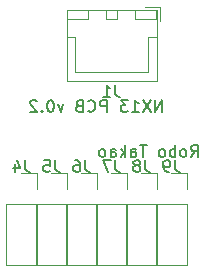
<source format=gbr>
G04 #@! TF.GenerationSoftware,KiCad,Pcbnew,(5.1.4-0-10_14)*
G04 #@! TF.CreationDate,2022-08-18T21:45:17+09:00*
G04 #@! TF.ProjectId,NX13,4e583133-2e6b-4696-9361-645f70636258,rev?*
G04 #@! TF.SameCoordinates,Original*
G04 #@! TF.FileFunction,Legend,Bot*
G04 #@! TF.FilePolarity,Positive*
%FSLAX46Y46*%
G04 Gerber Fmt 4.6, Leading zero omitted, Abs format (unit mm)*
G04 Created by KiCad (PCBNEW (5.1.4-0-10_14)) date 2022-08-18 21:45:17*
%MOMM*%
%LPD*%
G04 APERTURE LIST*
%ADD10C,0.150000*%
%ADD11C,0.120000*%
G04 APERTURE END LIST*
D10*
X164226428Y-112847380D02*
X164559761Y-112371190D01*
X164797857Y-112847380D02*
X164797857Y-111847380D01*
X164416904Y-111847380D01*
X164321666Y-111895000D01*
X164274047Y-111942619D01*
X164226428Y-112037857D01*
X164226428Y-112180714D01*
X164274047Y-112275952D01*
X164321666Y-112323571D01*
X164416904Y-112371190D01*
X164797857Y-112371190D01*
X163655000Y-112847380D02*
X163750238Y-112799761D01*
X163797857Y-112752142D01*
X163845476Y-112656904D01*
X163845476Y-112371190D01*
X163797857Y-112275952D01*
X163750238Y-112228333D01*
X163655000Y-112180714D01*
X163512142Y-112180714D01*
X163416904Y-112228333D01*
X163369285Y-112275952D01*
X163321666Y-112371190D01*
X163321666Y-112656904D01*
X163369285Y-112752142D01*
X163416904Y-112799761D01*
X163512142Y-112847380D01*
X163655000Y-112847380D01*
X162893095Y-112847380D02*
X162893095Y-111847380D01*
X162893095Y-112228333D02*
X162797857Y-112180714D01*
X162607380Y-112180714D01*
X162512142Y-112228333D01*
X162464523Y-112275952D01*
X162416904Y-112371190D01*
X162416904Y-112656904D01*
X162464523Y-112752142D01*
X162512142Y-112799761D01*
X162607380Y-112847380D01*
X162797857Y-112847380D01*
X162893095Y-112799761D01*
X161845476Y-112847380D02*
X161940714Y-112799761D01*
X161988333Y-112752142D01*
X162035952Y-112656904D01*
X162035952Y-112371190D01*
X161988333Y-112275952D01*
X161940714Y-112228333D01*
X161845476Y-112180714D01*
X161702619Y-112180714D01*
X161607380Y-112228333D01*
X161559761Y-112275952D01*
X161512142Y-112371190D01*
X161512142Y-112656904D01*
X161559761Y-112752142D01*
X161607380Y-112799761D01*
X161702619Y-112847380D01*
X161845476Y-112847380D01*
X160464523Y-111847380D02*
X159893095Y-111847380D01*
X160178809Y-112847380D02*
X160178809Y-111847380D01*
X159131190Y-112847380D02*
X159131190Y-112323571D01*
X159178809Y-112228333D01*
X159274047Y-112180714D01*
X159464523Y-112180714D01*
X159559761Y-112228333D01*
X159131190Y-112799761D02*
X159226428Y-112847380D01*
X159464523Y-112847380D01*
X159559761Y-112799761D01*
X159607380Y-112704523D01*
X159607380Y-112609285D01*
X159559761Y-112514047D01*
X159464523Y-112466428D01*
X159226428Y-112466428D01*
X159131190Y-112418809D01*
X158655000Y-112847380D02*
X158655000Y-111847380D01*
X158559761Y-112466428D02*
X158274047Y-112847380D01*
X158274047Y-112180714D02*
X158655000Y-112561666D01*
X157416904Y-112847380D02*
X157416904Y-112323571D01*
X157464523Y-112228333D01*
X157559761Y-112180714D01*
X157750238Y-112180714D01*
X157845476Y-112228333D01*
X157416904Y-112799761D02*
X157512142Y-112847380D01*
X157750238Y-112847380D01*
X157845476Y-112799761D01*
X157893095Y-112704523D01*
X157893095Y-112609285D01*
X157845476Y-112514047D01*
X157750238Y-112466428D01*
X157512142Y-112466428D01*
X157416904Y-112418809D01*
X156797857Y-112847380D02*
X156893095Y-112799761D01*
X156940714Y-112752142D01*
X156988333Y-112656904D01*
X156988333Y-112371190D01*
X156940714Y-112275952D01*
X156893095Y-112228333D01*
X156797857Y-112180714D01*
X156655000Y-112180714D01*
X156559761Y-112228333D01*
X156512142Y-112275952D01*
X156464523Y-112371190D01*
X156464523Y-112656904D01*
X156512142Y-112752142D01*
X156559761Y-112799761D01*
X156655000Y-112847380D01*
X156797857Y-112847380D01*
X161757619Y-109037380D02*
X161757619Y-108037380D01*
X161186190Y-109037380D01*
X161186190Y-108037380D01*
X160805238Y-108037380D02*
X160138571Y-109037380D01*
X160138571Y-108037380D02*
X160805238Y-109037380D01*
X159233809Y-109037380D02*
X159805238Y-109037380D01*
X159519523Y-109037380D02*
X159519523Y-108037380D01*
X159614761Y-108180238D01*
X159710000Y-108275476D01*
X159805238Y-108323095D01*
X158900476Y-108037380D02*
X158281428Y-108037380D01*
X158614761Y-108418333D01*
X158471904Y-108418333D01*
X158376666Y-108465952D01*
X158329047Y-108513571D01*
X158281428Y-108608809D01*
X158281428Y-108846904D01*
X158329047Y-108942142D01*
X158376666Y-108989761D01*
X158471904Y-109037380D01*
X158757619Y-109037380D01*
X158852857Y-108989761D01*
X158900476Y-108942142D01*
X157090952Y-109037380D02*
X157090952Y-108037380D01*
X156710000Y-108037380D01*
X156614761Y-108085000D01*
X156567142Y-108132619D01*
X156519523Y-108227857D01*
X156519523Y-108370714D01*
X156567142Y-108465952D01*
X156614761Y-108513571D01*
X156710000Y-108561190D01*
X157090952Y-108561190D01*
X155519523Y-108942142D02*
X155567142Y-108989761D01*
X155710000Y-109037380D01*
X155805238Y-109037380D01*
X155948095Y-108989761D01*
X156043333Y-108894523D01*
X156090952Y-108799285D01*
X156138571Y-108608809D01*
X156138571Y-108465952D01*
X156090952Y-108275476D01*
X156043333Y-108180238D01*
X155948095Y-108085000D01*
X155805238Y-108037380D01*
X155710000Y-108037380D01*
X155567142Y-108085000D01*
X155519523Y-108132619D01*
X154757619Y-108513571D02*
X154614761Y-108561190D01*
X154567142Y-108608809D01*
X154519523Y-108704047D01*
X154519523Y-108846904D01*
X154567142Y-108942142D01*
X154614761Y-108989761D01*
X154710000Y-109037380D01*
X155090952Y-109037380D01*
X155090952Y-108037380D01*
X154757619Y-108037380D01*
X154662380Y-108085000D01*
X154614761Y-108132619D01*
X154567142Y-108227857D01*
X154567142Y-108323095D01*
X154614761Y-108418333D01*
X154662380Y-108465952D01*
X154757619Y-108513571D01*
X155090952Y-108513571D01*
X153424285Y-108370714D02*
X153186190Y-109037380D01*
X152948095Y-108370714D01*
X152376666Y-108037380D02*
X152281428Y-108037380D01*
X152186190Y-108085000D01*
X152138571Y-108132619D01*
X152090952Y-108227857D01*
X152043333Y-108418333D01*
X152043333Y-108656428D01*
X152090952Y-108846904D01*
X152138571Y-108942142D01*
X152186190Y-108989761D01*
X152281428Y-109037380D01*
X152376666Y-109037380D01*
X152471904Y-108989761D01*
X152519523Y-108942142D01*
X152567142Y-108846904D01*
X152614761Y-108656428D01*
X152614761Y-108418333D01*
X152567142Y-108227857D01*
X152519523Y-108132619D01*
X152471904Y-108085000D01*
X152376666Y-108037380D01*
X151614761Y-108942142D02*
X151567142Y-108989761D01*
X151614761Y-109037380D01*
X151662380Y-108989761D01*
X151614761Y-108942142D01*
X151614761Y-109037380D01*
X151186190Y-108132619D02*
X151138571Y-108085000D01*
X151043333Y-108037380D01*
X150805238Y-108037380D01*
X150710000Y-108085000D01*
X150662380Y-108132619D01*
X150614761Y-108227857D01*
X150614761Y-108323095D01*
X150662380Y-108465952D01*
X151233809Y-109037380D01*
X150614761Y-109037380D01*
D11*
X163890000Y-114240000D02*
X162560000Y-114240000D01*
X163890000Y-115570000D02*
X163890000Y-114240000D01*
X163890000Y-116840000D02*
X161230000Y-116840000D01*
X161230000Y-116840000D02*
X161230000Y-121980000D01*
X163890000Y-116840000D02*
X163890000Y-121980000D01*
X163890000Y-121980000D02*
X161230000Y-121980000D01*
X161350000Y-114240000D02*
X160020000Y-114240000D01*
X161350000Y-115570000D02*
X161350000Y-114240000D01*
X161350000Y-116840000D02*
X158690000Y-116840000D01*
X158690000Y-116840000D02*
X158690000Y-121980000D01*
X161350000Y-116840000D02*
X161350000Y-121980000D01*
X161350000Y-121980000D02*
X158690000Y-121980000D01*
X158810000Y-114240000D02*
X157480000Y-114240000D01*
X158810000Y-115570000D02*
X158810000Y-114240000D01*
X158810000Y-116840000D02*
X156150000Y-116840000D01*
X156150000Y-116840000D02*
X156150000Y-121980000D01*
X158810000Y-116840000D02*
X158810000Y-121980000D01*
X158810000Y-121980000D02*
X156150000Y-121980000D01*
X156270000Y-114240000D02*
X154940000Y-114240000D01*
X156270000Y-115570000D02*
X156270000Y-114240000D01*
X156270000Y-116840000D02*
X153610000Y-116840000D01*
X153610000Y-116840000D02*
X153610000Y-121980000D01*
X156270000Y-116840000D02*
X156270000Y-121980000D01*
X156270000Y-121980000D02*
X153610000Y-121980000D01*
X153730000Y-114240000D02*
X152400000Y-114240000D01*
X153730000Y-115570000D02*
X153730000Y-114240000D01*
X153730000Y-116840000D02*
X151070000Y-116840000D01*
X151070000Y-116840000D02*
X151070000Y-121980000D01*
X153730000Y-116840000D02*
X153730000Y-121980000D01*
X153730000Y-121980000D02*
X151070000Y-121980000D01*
X151190000Y-114240000D02*
X149860000Y-114240000D01*
X151190000Y-115570000D02*
X151190000Y-114240000D01*
X151190000Y-116840000D02*
X148530000Y-116840000D01*
X148530000Y-116840000D02*
X148530000Y-121980000D01*
X151190000Y-116840000D02*
X151190000Y-121980000D01*
X151190000Y-121980000D02*
X148530000Y-121980000D01*
X161600000Y-100120000D02*
X161600000Y-101370000D01*
X160350000Y-100120000D02*
X161600000Y-100120000D01*
X154450000Y-105620000D02*
X157500000Y-105620000D01*
X154450000Y-102670000D02*
X154450000Y-105620000D01*
X153700000Y-102670000D02*
X154450000Y-102670000D01*
X160550000Y-105620000D02*
X157500000Y-105620000D01*
X160550000Y-102670000D02*
X160550000Y-105620000D01*
X161300000Y-102670000D02*
X160550000Y-102670000D01*
X153700000Y-100420000D02*
X155500000Y-100420000D01*
X153700000Y-101170000D02*
X153700000Y-100420000D01*
X155500000Y-101170000D02*
X153700000Y-101170000D01*
X155500000Y-100420000D02*
X155500000Y-101170000D01*
X159500000Y-100420000D02*
X161300000Y-100420000D01*
X159500000Y-101170000D02*
X159500000Y-100420000D01*
X161300000Y-101170000D02*
X159500000Y-101170000D01*
X161300000Y-100420000D02*
X161300000Y-101170000D01*
X157000000Y-100420000D02*
X158000000Y-100420000D01*
X157000000Y-101170000D02*
X157000000Y-100420000D01*
X158000000Y-101170000D02*
X157000000Y-101170000D01*
X158000000Y-100420000D02*
X158000000Y-101170000D01*
X153690000Y-100410000D02*
X161310000Y-100410000D01*
X153690000Y-106380000D02*
X153690000Y-100410000D01*
X161310000Y-106380000D02*
X153690000Y-106380000D01*
X161310000Y-100410000D02*
X161310000Y-106380000D01*
D10*
X162893333Y-113117380D02*
X162893333Y-113831666D01*
X162940952Y-113974523D01*
X163036190Y-114069761D01*
X163179047Y-114117380D01*
X163274285Y-114117380D01*
X162369523Y-114117380D02*
X162179047Y-114117380D01*
X162083809Y-114069761D01*
X162036190Y-114022142D01*
X161940952Y-113879285D01*
X161893333Y-113688809D01*
X161893333Y-113307857D01*
X161940952Y-113212619D01*
X161988571Y-113165000D01*
X162083809Y-113117380D01*
X162274285Y-113117380D01*
X162369523Y-113165000D01*
X162417142Y-113212619D01*
X162464761Y-113307857D01*
X162464761Y-113545952D01*
X162417142Y-113641190D01*
X162369523Y-113688809D01*
X162274285Y-113736428D01*
X162083809Y-113736428D01*
X161988571Y-113688809D01*
X161940952Y-113641190D01*
X161893333Y-113545952D01*
X160353333Y-113117380D02*
X160353333Y-113831666D01*
X160400952Y-113974523D01*
X160496190Y-114069761D01*
X160639047Y-114117380D01*
X160734285Y-114117380D01*
X159734285Y-113545952D02*
X159829523Y-113498333D01*
X159877142Y-113450714D01*
X159924761Y-113355476D01*
X159924761Y-113307857D01*
X159877142Y-113212619D01*
X159829523Y-113165000D01*
X159734285Y-113117380D01*
X159543809Y-113117380D01*
X159448571Y-113165000D01*
X159400952Y-113212619D01*
X159353333Y-113307857D01*
X159353333Y-113355476D01*
X159400952Y-113450714D01*
X159448571Y-113498333D01*
X159543809Y-113545952D01*
X159734285Y-113545952D01*
X159829523Y-113593571D01*
X159877142Y-113641190D01*
X159924761Y-113736428D01*
X159924761Y-113926904D01*
X159877142Y-114022142D01*
X159829523Y-114069761D01*
X159734285Y-114117380D01*
X159543809Y-114117380D01*
X159448571Y-114069761D01*
X159400952Y-114022142D01*
X159353333Y-113926904D01*
X159353333Y-113736428D01*
X159400952Y-113641190D01*
X159448571Y-113593571D01*
X159543809Y-113545952D01*
X157813333Y-113117380D02*
X157813333Y-113831666D01*
X157860952Y-113974523D01*
X157956190Y-114069761D01*
X158099047Y-114117380D01*
X158194285Y-114117380D01*
X157432380Y-113117380D02*
X156765714Y-113117380D01*
X157194285Y-114117380D01*
X155273333Y-113117380D02*
X155273333Y-113831666D01*
X155320952Y-113974523D01*
X155416190Y-114069761D01*
X155559047Y-114117380D01*
X155654285Y-114117380D01*
X154368571Y-113117380D02*
X154559047Y-113117380D01*
X154654285Y-113165000D01*
X154701904Y-113212619D01*
X154797142Y-113355476D01*
X154844761Y-113545952D01*
X154844761Y-113926904D01*
X154797142Y-114022142D01*
X154749523Y-114069761D01*
X154654285Y-114117380D01*
X154463809Y-114117380D01*
X154368571Y-114069761D01*
X154320952Y-114022142D01*
X154273333Y-113926904D01*
X154273333Y-113688809D01*
X154320952Y-113593571D01*
X154368571Y-113545952D01*
X154463809Y-113498333D01*
X154654285Y-113498333D01*
X154749523Y-113545952D01*
X154797142Y-113593571D01*
X154844761Y-113688809D01*
X152733333Y-113117380D02*
X152733333Y-113831666D01*
X152780952Y-113974523D01*
X152876190Y-114069761D01*
X153019047Y-114117380D01*
X153114285Y-114117380D01*
X151780952Y-113117380D02*
X152257142Y-113117380D01*
X152304761Y-113593571D01*
X152257142Y-113545952D01*
X152161904Y-113498333D01*
X151923809Y-113498333D01*
X151828571Y-113545952D01*
X151780952Y-113593571D01*
X151733333Y-113688809D01*
X151733333Y-113926904D01*
X151780952Y-114022142D01*
X151828571Y-114069761D01*
X151923809Y-114117380D01*
X152161904Y-114117380D01*
X152257142Y-114069761D01*
X152304761Y-114022142D01*
X150193333Y-113117380D02*
X150193333Y-113831666D01*
X150240952Y-113974523D01*
X150336190Y-114069761D01*
X150479047Y-114117380D01*
X150574285Y-114117380D01*
X149288571Y-113450714D02*
X149288571Y-114117380D01*
X149526666Y-113069761D02*
X149764761Y-113784047D01*
X149145714Y-113784047D01*
X157813333Y-106767380D02*
X157813333Y-107481666D01*
X157860952Y-107624523D01*
X157956190Y-107719761D01*
X158099047Y-107767380D01*
X158194285Y-107767380D01*
X156813333Y-107767380D02*
X157384761Y-107767380D01*
X157099047Y-107767380D02*
X157099047Y-106767380D01*
X157194285Y-106910238D01*
X157289523Y-107005476D01*
X157384761Y-107053095D01*
M02*

</source>
